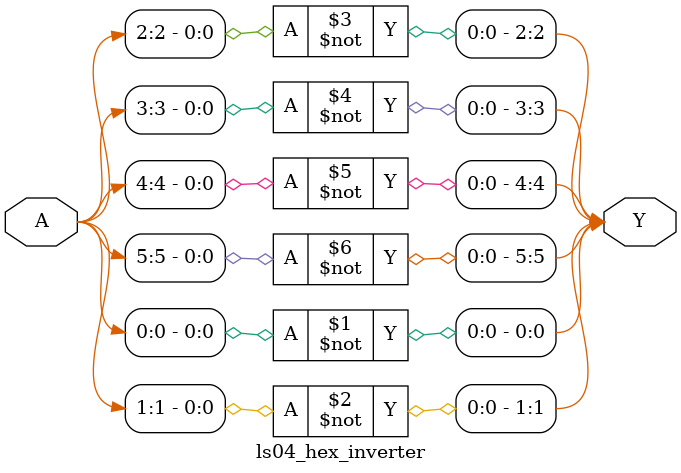
<source format=v>
module ls04_hex_inverter (
    input  wire [5:0] A,    // 6 input pins (A1-A6)
    output wire [5:0] Y     // 6 output pins (Y1-Y6)
);

    // Each output is the inverse of its corresponding input
    assign Y[0] = ~A[0];    // Y1 = ~A1
    assign Y[1] = ~A[1];    // Y2 = ~A2
    assign Y[2] = ~A[2];    // Y3 = ~A3
    assign Y[3] = ~A[3];    // Y4 = ~A4
    assign Y[4] = ~A[4];    // Y5 = ~A5
    assign Y[5] = ~A[5];    // Y6 = ~A6

endmodule
</source>
